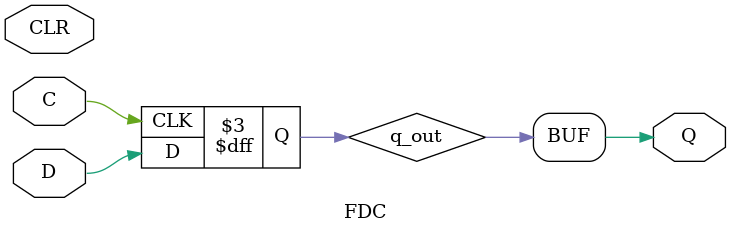
<source format=v>

`timescale  1 ps / 1 ps


module FDC (Q, C, CLR, D);

    parameter INIT = 1'b0;

    output Q;

    input  C, CLR, D;

    wire Q;
    reg q_out;
   
    initial q_out = INIT;

    always @(posedge C)
	         q_out <=  D;

    assign Q = q_out;

    specify
        (posedge CLR => (Q +: 1'b0)) = (0, 0);
        if (!CLR)
            (posedge C => (Q +: D)) = (100, 100);
    endspecify
endmodule

</source>
